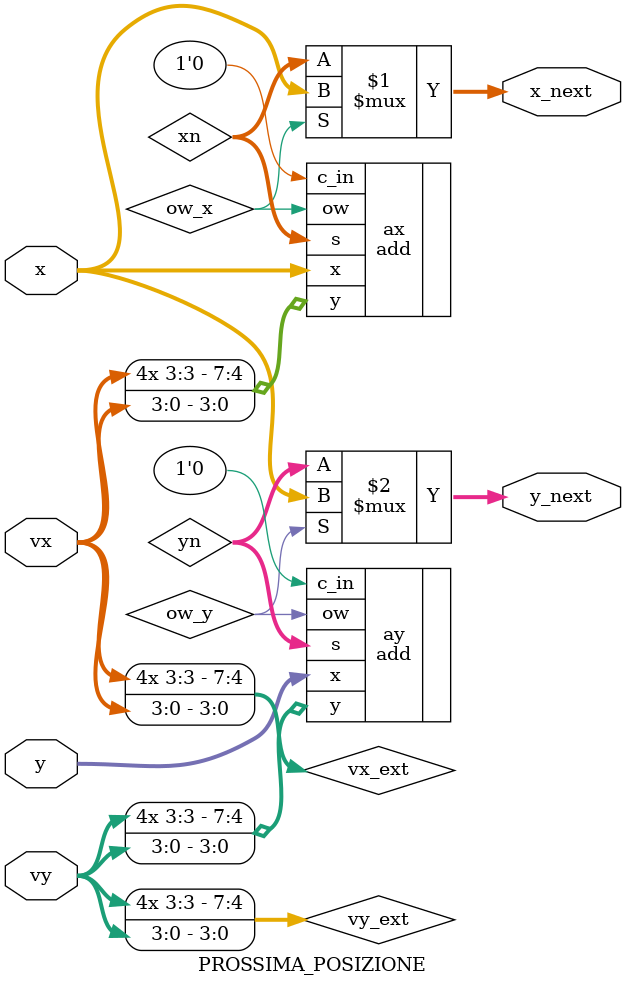
<source format=v>
module ABC (
    vx, vy,
    soc_vx, eoc_vx,
    soc_vy, eoc_vy,
    x, y,
    soc_p, eoc_p,
    clock, reset_
);

    input [3:0] vx, vy;
    output soc_vx, soc_vy;
    input eoc_vx, eoc_vy;
    
    output [7:0] x, y;
    input soc_p;
    output eoc_p;

    input clock, reset_;

    reg SOC;
    assign soc_vx = SOC;
    assign soc_vy = SOC;

    reg EOC;
    assign eoc_p = EOC;

    reg [7:0] X, Y;
    assign x = X;
    assign y = Y;

    wire [7:0] x_next, y_next;
    PROSSIMA_POSIZIONE P (
        .x(X), .y(Y),
        .vx(vx), .vy(vy),
        .x_next(x_next), .y_next(y_next)
    );

    reg [2:0] STAR;
    localparam
        S0 = 0,
        S1 = 1,
        S2 = 2,
        S3 = 3,
        S4 = 4,
        S5 = 5;

    always @(reset_ == 0) #1 begin
        SOC = 0;
        EOC = 1;
        STAR = S0;
        X = 0;
        Y = 0;
    end

    always @(posedge clock) if(reset_ == 1) #3 begin
        casex (STAR)
            S0: begin
                STAR <= (soc_p == 1) ? S1 : S0;
            end
            S1: begin
                EOC = 0;
                STAR <= (soc_p == 0) ? S2 : S1;
            end
            S2: begin
                SOC <= 1;
                STAR <= ({eoc_vx, eoc_vy} == 2'b00) ? S3 : S2;
            end
            S3: begin
                SOC <= 0;
                STAR <= ({eoc_vx, eoc_vy} == 2'b11) ? S4 : S3;
            end
            S4: begin
                X <= x_next;
                Y <= y_next;
                STAR <= S5;
            end
            S5: begin
                EOC <= 1;
                STAR <= S0;
            end
        endcase
    end

endmodule

module PROSSIMA_POSIZIONE (
    x, y,
    vx, vy,
    x_next, y_next
);
    input [3:0] vx, vy;
    input [7:0] x, y;
    output [7:0] x_next, y_next;


    wire [7:0] vx_ext = {vx[3], vx[3], vx[3], vx[3], vx};
    wire [7:0] vy_ext = {vy[3], vy[3], vy[3], vy[3], vy};

    wire [7:0] xn;
    wire ow_x;
    add #(.N(8)) ax (
        .x(x), .y(vx_ext), .c_in(1'b0),
        .s(xn), .ow(ow_x)
    );
    assign x_next = ow_x ? x : xn;

    wire [7:0] yn;
    wire ow_y;
    add #(.N(8)) ay (
        .x(y), .y(vy_ext), .c_in(1'b0),
        .s(yn), .ow(ow_y)
    );
    assign y_next = ow_y ? x : yn;

endmodule

</source>
